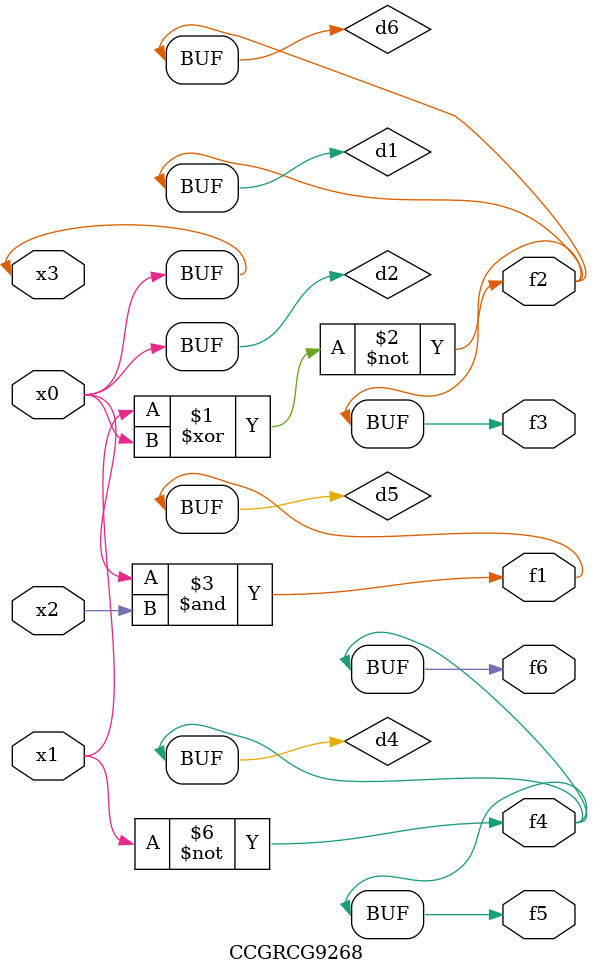
<source format=v>
module CCGRCG9268(
	input x0, x1, x2, x3,
	output f1, f2, f3, f4, f5, f6
);

	wire d1, d2, d3, d4, d5, d6;

	xnor (d1, x1, x3);
	buf (d2, x0, x3);
	nand (d3, x0, x2);
	not (d4, x1);
	nand (d5, d3);
	or (d6, d1);
	assign f1 = d5;
	assign f2 = d6;
	assign f3 = d6;
	assign f4 = d4;
	assign f5 = d4;
	assign f6 = d4;
endmodule

</source>
